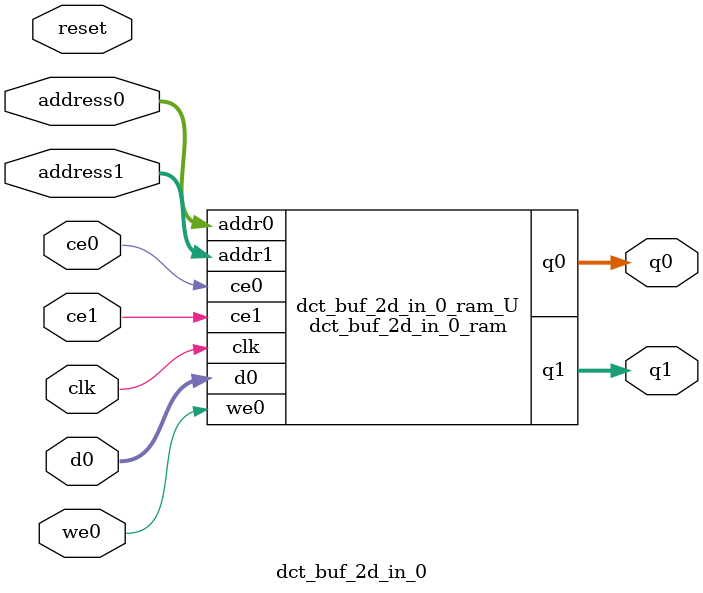
<source format=v>

`timescale 1 ns / 1 ps
module dct_buf_2d_in_0_ram (addr0, ce0, d0, we0, q0, addr1, ce1, q1,  clk);

parameter DWIDTH = 16;
parameter AWIDTH = 3;
parameter MEM_SIZE = 8;

input[AWIDTH-1:0] addr0;
input ce0;
input[DWIDTH-1:0] d0;
input we0;
output reg[DWIDTH-1:0] q0;
input[AWIDTH-1:0] addr1;
input ce1;
output reg[DWIDTH-1:0] q1;
input clk;

(* ram_style = "distributed" *)reg [DWIDTH-1:0] ram[0:MEM_SIZE-1];




always @(posedge clk)  
begin 
    if (ce0) 
    begin
        if (we0) 
        begin 
            ram[addr0] <= d0; 
            q0 <= d0;
        end 
        else 
            q0 <= ram[addr0];
    end
end


always @(posedge clk)  
begin 
    if (ce1) 
    begin
            q1 <= ram[addr1];
    end
end


endmodule


`timescale 1 ns / 1 ps
module dct_buf_2d_in_0(
    reset,
    clk,
    address0,
    ce0,
    we0,
    d0,
    q0,
    address1,
    ce1,
    q1);

parameter DataWidth = 32'd16;
parameter AddressRange = 32'd8;
parameter AddressWidth = 32'd3;
input reset;
input clk;
input[AddressWidth - 1:0] address0;
input ce0;
input we0;
input[DataWidth - 1:0] d0;
output[DataWidth - 1:0] q0;
input[AddressWidth - 1:0] address1;
input ce1;
output[DataWidth - 1:0] q1;



dct_buf_2d_in_0_ram dct_buf_2d_in_0_ram_U(
    .clk( clk ),
    .addr0( address0 ),
    .ce0( ce0 ),
    .d0( d0 ),
    .we0( we0 ),
    .q0( q0 ),
    .addr1( address1 ),
    .ce1( ce1 ),
    .q1( q1 ));

endmodule


</source>
